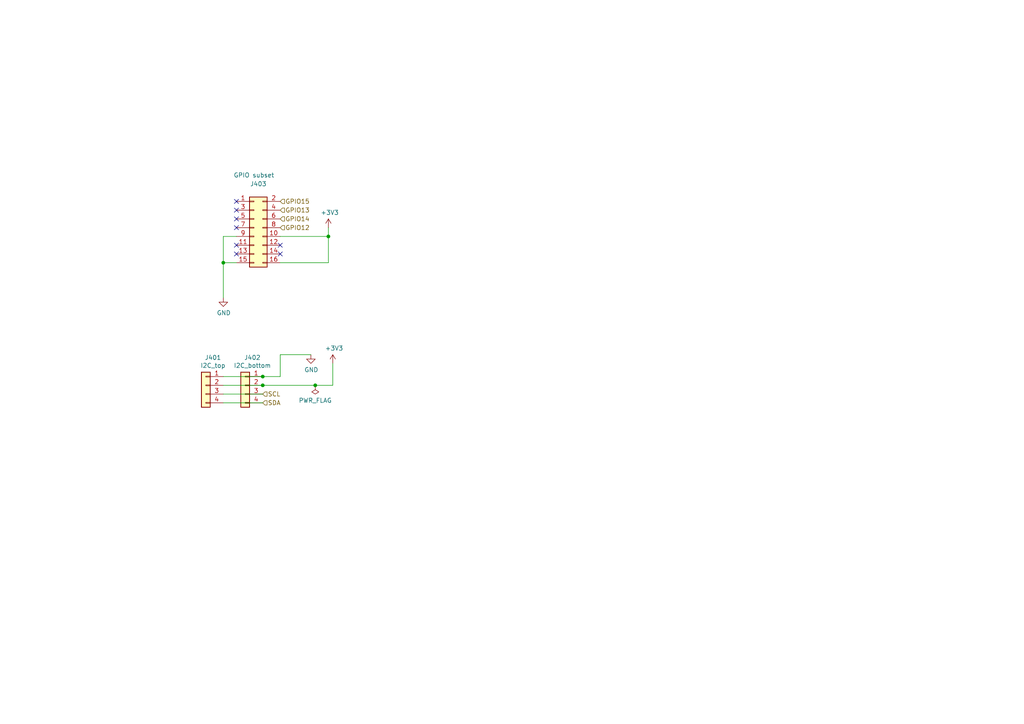
<source format=kicad_sch>
(kicad_sch (version 20211123) (generator eeschema)
  (paper "A4")
  (title_block (title "Engine Top Hat for SH-ESP32") (date "2021-12-31") (rev "1.0.0") (company "Hat Labs Ltd") (comment 1 "https://creativecommons.org/licenses/by-sa/4.0") (comment 2 "To view a copy of this license, visit ") (comment 3 "This design is licensed under CC BY-SA 4.0."))
  (lib_symbols
    (symbol "Connector_Generic:Conn_01x04" (pin_names (offset 1.016) hide)
      (property "Reference" "J" (at 0 5.08 0))
      (property "Value" "Conn_01x04" (at 0 -7.62 0))
      (symbol "Conn_01x04_1_1"
        (rectangle (start -1.27 -4.953) (end 0 -5.207) (stroke (width 0.1524)))
        (rectangle (start -1.27 -2.413) (end 0 -2.667) (stroke (width 0.1524)))
        (rectangle (start -1.27 0.127) (end 0 -0.127) (stroke (width 0.1524)))
        (rectangle (start -1.27 2.667) (end 0 2.413) (stroke (width 0.1524)))
        (rectangle (start -1.27 3.81) (end 1.27 -6.35) (stroke (width 0.254)) (fill (type background)))
        (pin passive line (at -5.08 2.54 0) (length 3.81) (name "Pin_1") (number "1"))
        (pin passive line (at -5.08 0 0) (length 3.81) (name "Pin_2") (number "2"))
        (pin passive line (at -5.08 -2.54 0) (length 3.81) (name "Pin_3") (number "3"))
        (pin passive line (at -5.08 -5.08 0) (length 3.81) (name "Pin_4") (number "4"))
      )
    )
    (symbol "Connector_Generic:Conn_02x08_Odd_Even" (pin_names (offset 1.016) hide)
      (property "Reference" "J" (at 1.27 10.16 0))
      (property "Value" "Conn_02x08_Odd_Even" (at 1.27 -12.7 0))
      (symbol "Conn_02x08_Odd_Even_1_1"
        (rectangle (start -1.27 -10.033) (end 0 -10.287) (stroke (width 0.1524)))
        (rectangle (start -1.27 -7.493) (end 0 -7.747) (stroke (width 0.1524)))
        (rectangle (start -1.27 -4.953) (end 0 -5.207) (stroke (width 0.1524)))
        (rectangle (start -1.27 -2.413) (end 0 -2.667) (stroke (width 0.1524)))
        (rectangle (start -1.27 0.127) (end 0 -0.127) (stroke (width 0.1524)))
        (rectangle (start -1.27 2.667) (end 0 2.413) (stroke (width 0.1524)))
        (rectangle (start -1.27 5.207) (end 0 4.953) (stroke (width 0.1524)))
        (rectangle (start -1.27 7.747) (end 0 7.493) (stroke (width 0.1524)))
        (rectangle (start -1.27 8.89) (end 3.81 -11.43) (stroke (width 0.254)) (fill (type background)))
        (rectangle (start 3.81 -10.033) (end 2.54 -10.287) (stroke (width 0.1524)))
        (rectangle (start 3.81 -7.493) (end 2.54 -7.747) (stroke (width 0.1524)))
        (rectangle (start 3.81 -4.953) (end 2.54 -5.207) (stroke (width 0.1524)))
        (rectangle (start 3.81 -2.413) (end 2.54 -2.667) (stroke (width 0.1524)))
        (rectangle (start 3.81 0.127) (end 2.54 -0.127) (stroke (width 0.1524)))
        (rectangle (start 3.81 2.667) (end 2.54 2.413) (stroke (width 0.1524)))
        (rectangle (start 3.81 5.207) (end 2.54 4.953) (stroke (width 0.1524)))
        (rectangle (start 3.81 7.747) (end 2.54 7.493) (stroke (width 0.1524)))
        (pin passive line (at -5.08 7.62 0) (length 3.81) (name "Pin_1") (number "1"))
        (pin passive line (at 7.62 -2.54 180) (length 3.81) (name "Pin_10") (number "10"))
        (pin passive line (at -5.08 -5.08 0) (length 3.81) (name "Pin_11") (number "11"))
        (pin passive line (at 7.62 -5.08 180) (length 3.81) (name "Pin_12") (number "12"))
        (pin passive line (at -5.08 -7.62 0) (length 3.81) (name "Pin_13") (number "13"))
        (pin passive line (at 7.62 -7.62 180) (length 3.81) (name "Pin_14") (number "14"))
        (pin passive line (at -5.08 -10.16 0) (length 3.81) (name "Pin_15") (number "15"))
        (pin passive line (at 7.62 -10.16 180) (length 3.81) (name "Pin_16") (number "16"))
        (pin passive line (at 7.62 7.62 180) (length 3.81) (name "Pin_2") (number "2"))
        (pin passive line (at -5.08 5.08 0) (length 3.81) (name "Pin_3") (number "3"))
        (pin passive line (at 7.62 5.08 180) (length 3.81) (name "Pin_4") (number "4"))
        (pin passive line (at -5.08 2.54 0) (length 3.81) (name "Pin_5") (number "5"))
        (pin passive line (at 7.62 2.54 180) (length 3.81) (name "Pin_6") (number "6"))
        (pin passive line (at -5.08 0 0) (length 3.81) (name "Pin_7") (number "7"))
        (pin passive line (at 7.62 0 180) (length 3.81) (name "Pin_8") (number "8"))
        (pin passive line (at -5.08 -2.54 0) (length 3.81) (name "Pin_9") (number "9"))
      )
    )
    (symbol "power:+3.3V" (power) (pin_names (offset 0))
      (property "Value" "+3.3V" (at 0 3.556 0))
      (symbol "+3.3V_0_1"
        (polyline (pts (xy -0.762 1.27) (xy 0 2.54)))
        (polyline (pts (xy 0 0) (xy 0 2.54)))
        (polyline (pts (xy 0 2.54) (xy 0.762 1.27)))
      )
      (symbol "+3.3V_1_1"
        (pin power_in line (at 0 0 90) (length 0) hide (name "+3V3") (number "1"))
      )
    )
    (symbol "power:GND" (power) (pin_names (offset 0))
      (property "Value" "GND" (at 0 -3.81 0))
      (symbol "GND_0_1"
        (polyline (pts (xy 0 0) (xy 0 -1.27) (xy 1.27 -1.27) (xy 0 -2.54) (xy -1.27 -1.27) (xy 0 -1.27)))
      )
      (symbol "GND_1_1"
        (pin power_in line (at 0 0 270) (length 0) hide (name "GND") (number "1"))
      )
    )
    (symbol "power:PWR_FLAG" (power) (pin_numbers hide) (pin_names (offset 0) hide)
      (property "Value" "PWR_FLAG" (at 0 3.81 0))
      (symbol "PWR_FLAG_0_0"
        (pin power_out line (at 0 0 90) (length 0) (name "pwr") (number "1"))
      )
      (symbol "PWR_FLAG_0_1"
        (polyline (pts (xy 0 0) (xy 0 1.27) (xy -1.016 1.905) (xy 0 2.54) (xy 1.016 1.905) (xy 0 1.27)))
      )
    )
  )
  (junction (at 91.44 111.76))
  (junction (at 76.2 109.22))
  (junction (at 76.2 111.76))
  (junction (at 95.25 68.58))
  (junction (at 64.77 76.2))
  (no_connect (at 81.28 73.66))
  (no_connect (at 68.58 66.04))
  (no_connect (at 68.58 71.12))
  (no_connect (at 68.58 73.66))
  (no_connect (at 68.58 58.42))
  (no_connect (at 81.28 71.12))
  (no_connect (at 68.58 63.5))
  (no_connect (at 68.58 60.96))
  (wire (pts (xy 81.28 102.87) (xy 90.17 102.87)))
  (wire (pts (xy 76.2 109.22) (xy 81.28 109.22)))
  (wire (pts (xy 76.2 111.76) (xy 64.77 111.76)))
  (wire (pts (xy 81.28 68.58) (xy 95.25 68.58)))
  (wire (pts (xy 76.2 114.3) (xy 64.77 114.3)))
  (wire (pts (xy 68.58 76.2) (xy 64.77 76.2)))
  (wire (pts (xy 76.2 109.22) (xy 64.77 109.22)))
  (wire (pts (xy 95.25 68.58) (xy 95.25 66.04)))
  (wire (pts (xy 76.2 111.76) (xy 91.44 111.76)))
  (wire (pts (xy 68.58 68.58) (xy 64.77 68.58)))
  (wire (pts (xy 64.77 76.2) (xy 64.77 86.36)))
  (wire (pts (xy 81.28 109.22) (xy 81.28 102.87)))
  (wire (pts (xy 95.25 76.2) (xy 95.25 68.58)))
  (wire (pts (xy 81.28 76.2) (xy 95.25 76.2)))
  (wire (pts (xy 76.2 116.84) (xy 64.77 116.84)))
  (wire (pts (xy 64.77 68.58) (xy 64.77 76.2)))
  (wire (pts (xy 96.52 111.76) (xy 96.52 105.41)))
  (wire (pts (xy 91.44 111.76) (xy 96.52 111.76)))
  (hierarchical_label "SCL" (shape input) (at 76.2 114.3 0))
  (hierarchical_label "GPIO13" (shape input) (at 81.28 60.96 0))
  (hierarchical_label "GPIO15" (shape input) (at 81.28 58.42 0))
  (hierarchical_label "GPIO14" (shape input) (at 81.28 63.5 0))
  (hierarchical_label "SDA" (shape input) (at 76.2 116.84 0))
  (hierarchical_label "GPIO12" (shape input) (at 81.28 66.04 0))
  (symbol (lib_id "Connector_Generic:Conn_01x04") (at 71.12 111.76 0) (mirror y) (unit 1)
    (property "Reference" "J402" (at 73.2028 103.7082 0))
    (property "Value" "I2C_bottom" (at 73.2028 106.0196 0))
    (property "Footprint" "Connector_PinHeader_2.54mm:PinHeader_1x04_P2.54mm_Vertical" (effects hide))
    (property "LCSC" "C492403" (effects hide))
  )
  (symbol (lib_id "power:+3.3V") (at 96.52 105.41 0) (unit 1)
    (property "Reference" "#PWR0404" (effects hide))
    (property "Value" "+3.3V" (at 96.901 101.0158 0))
  )
  (symbol (lib_id "power:GND") (at 90.17 102.87 0) (unit 1)
    (property "Reference" "#PWR0402" (effects hide))
    (property "Value" "GND" (at 90.297 107.2642 0))
  )
  (symbol (lib_id "Connector_Generic:Conn_01x04") (at 59.69 111.76 0) (mirror y) (unit 1)
    (property "Reference" "J401" (at 61.7728 103.7082 0))
    (property "Value" "I2C_top" (at 61.7728 106.0196 0))
    (property "Footprint" "Connector_PinSocket_2.54mm:PinSocket_1x04_P2.54mm_Vertical" (effects hide))
    (property "LCSC" "C225501" (effects hide))
  )
  (symbol (lib_id "power:PWR_FLAG") (at 91.44 111.76 180) (unit 1)
    (property "Reference" "#FLG0401" (effects hide))
    (property "Value" "PWR_FLAG" (at 91.44 116.1542 0))
  )
  (symbol (lib_id "power:+3.3V") (at 95.25 66.04 0) (unit 1)
    (property "Reference" "#PWR0403" (effects hide))
    (property "Value" "+3.3V" (at 95.631 61.6458 0))
  )
  (symbol (lib_id "power:GND") (at 64.77 86.36 0) (unit 1)
    (property "Reference" "#PWR0401" (effects hide))
    (property "Value" "GND" (at 64.897 90.7542 0))
  )
  (symbol (lib_id "Connector_Generic:Conn_02x08_Odd_Even") (at 73.66 66.04 0) (unit 1)
    (property "Reference" "J403" (at 74.93 53.34 0))
    (property "Value" "GPIO subset" (at 73.66 50.8 0))
    (property "Footprint" "Connector_PinSocket_2.54mm:PinSocket_2x08_P2.54mm_Vertical" (effects hide))
    (property "LCSC" "C30734" (effects hide))
  )
)
</source>
